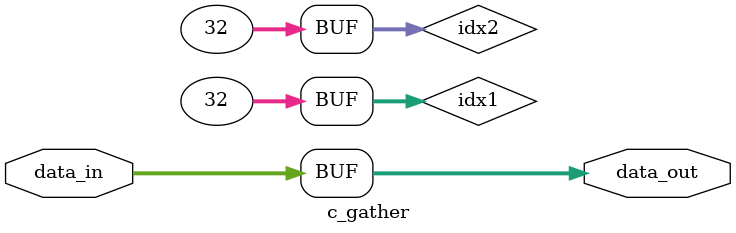
<source format=v>
module c_gather
  (data_in, data_out);
   parameter in_width = 32;
   function automatic integer pop_count(input [0:in_width-1] argument);
      integer i;
      begin
	 pop_count = 0;
	 for(i = 0; i < in_width; i = i + 1)
	   pop_count = pop_count + argument[i];
      end
   endfunction
   parameter [0:in_width-1] mask = {in_width{1'b1}};
   localparam out_width = pop_count(mask);
   input [0:in_width-1] data_in;
   output [0:out_width-1] data_out;
   reg [0:out_width-1] 	  data_out;
   integer 		  idx1, idx2;
   always @(data_in)
     begin
	idx2 = 0;
	for(idx1 = 0; idx1 < in_width; idx1 = idx1 + 1)
	  if(mask[idx1] == 1'b1)
	    begin
	       data_out[idx2] = data_in[idx1];
	       idx2 = idx2 + 1;
	    end
     end
endmodule
</source>
